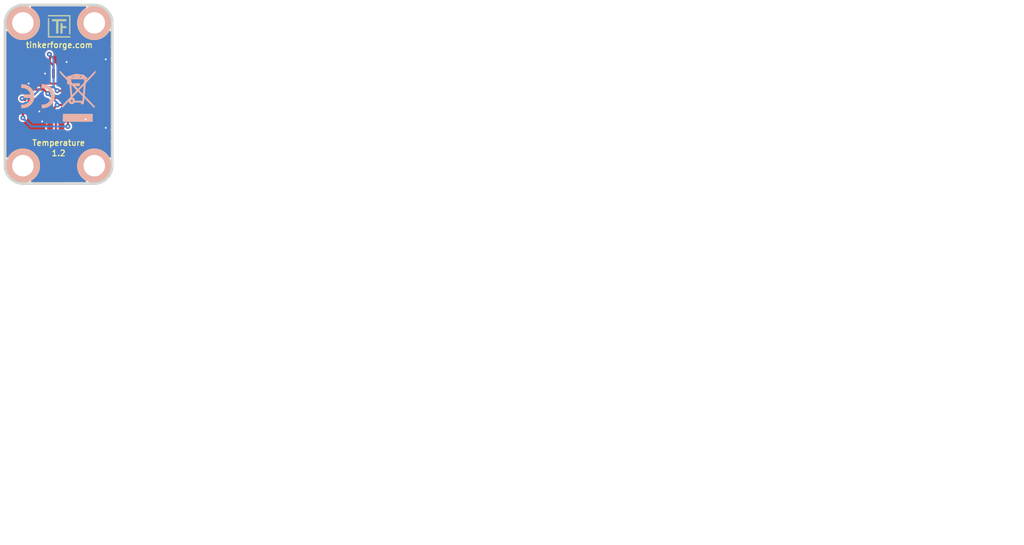
<source format=kicad_pcb>
(kicad_pcb (version 20221018) (generator pcbnew)
  (title_block (title "Temperature Bricklet") (date "2 jan 2013") (rev "1.1") (company "Tinkerforge GmbH") (comment 1 "Licensed under CERN OHL v.1.1") (comment 2 "Copyright (©) 2011, B.Nordmeyer <bastian@tinkerforge.com>"))
  (layers (0 "F.Cu" signal "Vorderseite") (31 "B.Cu" signal "Rückseite") (34 "B.Paste" user) (35 "F.Paste" user) (36 "B.SilkS" user "B.Silkscreen") (37 "F.SilkS" user "F.Silkscreen") (38 "B.Mask" user) (39 "F.Mask" user) (44 "Edge.Cuts" user))
  (net 0 "")
  (net 1 "ALERT")
  (net 2 "GND")
  (net 3 "SCL")
  (net 4 "SDA")
  (net 5 "VCC")
  (net 6 "Net-(P1-Pad1)")
  (net 7 "Net-(P1-Pad6)")
  (net 8 "Net-(P1-Pad8)")
  (net 9 "Net-(P1-Pad9)")
  (net 10 "Net-(P1-Pad10)")
  (net 11 "Net-(U1-Pad7)")
  (footprint "kicad-libraries:CON-SENSOR" (layer "F.Cu") (at 155.32608 103.124 90)
    (fp_text reference "P1")
    (fp_text value "CON-SENSOR")
    (pad "1" smd rect (at -4.50088 -4.7752 90) (size 0.59944 1.5494) (layers "F.Cu" "F.Paste" "F.Mask") (net 6 "Net-(P1-Pad1)"))
    (pad "2" smd rect (at -3.50012 -4.7752 90) (size 0.59944 1.5494) (layers "F.Cu" "F.Paste" "F.Mask") (net 2 "GND"))
    (pad "3" smd rect (at -2.49936 -4.7752 90) (size 0.59944 1.5494) (layers "F.Cu" "F.Paste" "F.Mask") (net 5 "VCC"))
    (pad "4" smd rect (at -1.50114 -4.7752 90) (size 0.59944 1.5494) (layers "F.Cu" "F.Paste" "F.Mask") (net 3 "SCL"))
    (pad "5" smd rect (at -0.50038 -4.7752 90) (size 0.59944 1.5494) (layers "F.Cu" "F.Paste" "F.Mask") (net 4 "SDA"))
    (pad "6" smd rect (at 0.50038 -4.7752 90) (size 0.59944 1.5494) (layers "F.Cu" "F.Paste" "F.Mask") (net 7 "Net-(P1-Pad6)"))
    (pad "7" smd rect (at 1.50114 -4.7752 90) (size 0.59944 1.5494) (layers "F.Cu" "F.Paste" "F.Mask") (net 1 "ALERT"))
    (pad "8" smd rect (at 2.49936 -4.7752 90) (size 0.59944 1.5494) (layers "F.Cu" "F.Paste" "F.Mask") (net 8 "Net-(P1-Pad8)"))
    (pad "9" smd rect (at 3.50012 -4.7752 90) (size 0.59944 1.5494) (layers "F.Cu" "F.Paste" "F.Mask") (net 9 "Net-(P1-Pad9)"))
    (pad "10" smd rect (at 4.50088 -4.7752 90) (size 0.59944 1.5494) (layers "F.Cu" "F.Paste" "F.Mask") (net 10 "Net-(P1-Pad10)"))
    (pad "EP" smd rect (at -5.79882 -0.89916 90) (size 1.19888 1.80086) (layers "F.Cu" "F.Paste" "F.Mask") (net 2 "GND"))
    (pad "EP" smd rect (at 5.79882 -0.89916 90) (size 1.19888 1.80086) (layers "F.Cu" "F.Paste" "F.Mask") (net 2 "GND"))
  )
  (footprint "kicad-libraries:TSSOP8" (layer "F.Cu") (at 147.42668 103.124 180)
    (fp_text reference "U1")
    (fp_text value "M24C64")
    (pad "1" smd rect (at -0.97282 2.89814) (size 0.39878 1.29794) (layers "F.Cu" "F.Paste" "F.Mask") (net 2 "GND"))
    (pad "2" smd rect (at -0.32258 2.89814) (size 0.39878 1.29794) (layers "F.Cu" "F.Paste" "F.Mask") (net 2 "GND"))
    (pad "3" smd rect (at 0.32258 2.89814) (size 0.39878 1.29794) (layers "F.Cu" "F.Paste" "F.Mask") (net 7 "Net-(P1-Pad6)"))
    (pad "4" smd rect (at 0.97282 2.89814) (size 0.39878 1.29794) (layers "F.Cu" "F.Paste" "F.Mask") (net 2 "GND"))
    (pad "5" smd rect (at 0.97282 -2.89814 180) (size 0.39878 1.29794) (layers "F.Cu" "F.Paste" "F.Mask") (net 4 "SDA"))
    (pad "6" smd rect (at 0.32258 -2.89814 180) (size 0.39878 1.29794) (layers "F.Cu" "F.Paste" "F.Mask") (net 3 "SCL"))
    (pad "7" smd rect (at -0.32258 -2.89814 180) (size 0.39878 1.29794) (layers "F.Cu" "F.Paste" "F.Mask") (net 11 "Net-(U1-Pad7)"))
    (pad "8" smd rect (at -0.97282 -2.89814 180) (size 0.39878 1.29794) (layers "F.Cu" "F.Paste" "F.Mask") (net 5 "VCC"))
  )
  (footprint "kicad-libraries:DRILL_NP" (layer "F.Cu") (at 142.8242 93.12402 90)
    (fp_text reference "U6" hide)
    (fp_text value "DRILL" hide)
    (pad "" np_thru_hole circle (at 0 0 90) (size 2.99974 2.99974) (drill 2.99974) (layers "*.Cu" "*.Mask" "F.SilkS") (clearance 0.89916))
  )
  (footprint "kicad-libraries:DRILL_NP" (layer "F.Cu") (at 142.8242 113.12398)
    (fp_text reference "U5" hide)
    (fp_text value "DRILL" hide)
    (pad "" np_thru_hole circle (at 0 0) (size 2.99974 2.99974) (drill 2.99974) (layers "*.Cu" "*.Mask" "F.SilkS") (clearance 0.89916))
  )
  (footprint "kicad-libraries:DRILL_NP" (layer "F.Cu") (at 152.82418 113.12398 90)
    (fp_text reference "U4" hide)
    (fp_text value "DRILL" hide)
    (pad "" np_thru_hole circle (at 0 0 90) (size 2.99974 2.99974) (drill 2.99974) (layers "*.Cu" "*.Mask" "F.SilkS") (clearance 0.89916))
  )
  (footprint "kicad-libraries:DRILL_NP" (layer "F.Cu") (at 152.82418 93.12402)
    (fp_text reference "U3" hide)
    (fp_text value "DRILL" hide)
    (pad "" np_thru_hole circle (at 0 0) (size 2.99974 2.99974) (drill 2.99974) (layers "*.Cu" "*.Mask" "F.SilkS") (clearance 0.89916))
  )
  (footprint "kicad-libraries:Logo_31x31" (layer "F.Cu") (at 146.32432 92.0242)
    (fp_text reference "Ref**" hide)
    (fp_text value "Val**" hide)
  )
  (footprint "kicad-libraries:Fiducial_Mark" (layer "F.Cu") (at 141.82598 96.72574)
    (fp_text reference "Fiducial_Mark" hide)
    (fp_text value "VAL**" hide)
    (pad "1" smd circle (at 0 0) (size 1.00076 1.00076) (layers "F.Cu" "F.Paste" "F.Mask") (clearance 0.65024))
  )
  (footprint "kicad-libraries:Fiducial_Mark" (layer "F.Cu") (at 149.32406 114.22634)
    (fp_text reference "Fiducial_Mark" hide)
    (fp_text value "VAL**" hide)
    (pad "1" smd circle (at 0 0) (size 1.00076 1.00076) (layers "F.Cu" "F.Paste" "F.Mask") (clearance 0.65024))
  )
  (footprint "kicad-libraries:C0603" (layer "F.Cu") (at 147.42668 107.62488 180)
    (fp_text reference "C1")
    (fp_text value "100nF")
    (pad "1" smd rect (at -0.8001 0 180) (size 0.8001 0.8001) (layers "F.Cu" "F.Paste" "F.Mask") (net 5 "VCC"))
    (pad "2" smd rect (at 0.8001 0 180) (size 0.8001 0.8001) (layers "F.Cu" "F.Paste" "F.Mask") (net 2 "GND"))
  )
  (footprint "kicad-libraries:C0603" (layer "F.Cu") (at 143.62684 105.5243)
    (fp_text reference "C2")
    (fp_text value "100nF")
    (pad "1" smd rect (at -0.8001 0) (size 0.8001 0.8001) (layers "F.Cu" "F.Paste" "F.Mask") (net 5 "VCC"))
    (pad "2" smd rect (at 0.8001 0) (size 0.8001 0.8001) (layers "F.Cu" "F.Paste" "F.Mask") (net 2 "GND"))
  )
  (footprint "kicad-libraries:SOT563" (layer "F.Cu") (at 143.62684 103.124 180)
    (fp_text reference "U2")
    (fp_text value "TMP102")
    (pad "1" smd rect (at -0.49784 0.6731) (size 0.29972 0.55118) (layers "F.Cu" "F.Paste" "F.Mask") (net 3 "SCL"))
    (pad "2" smd rect (at 0 0.6731) (size 0.29972 0.55118) (layers "F.Cu" "F.Paste" "F.Mask") (net 2 "GND"))
    (pad "3" smd rect (at 0.49784 0.6731) (size 0.29972 0.55118) (layers "F.Cu" "F.Paste" "F.Mask") (net 1 "ALERT"))
    (pad "4" smd rect (at 0.49784 -0.6731 180) (size 0.29972 0.55118) (layers "F.Cu" "F.Paste" "F.Mask") (net 7 "Net-(P1-Pad6)"))
    (pad "5" smd rect (at 0 -0.6731 180) (size 0.29972 0.55118) (layers "F.Cu" "F.Paste" "F.Mask") (net 5 "VCC"))
    (pad "6" smd rect (at -0.49784 -0.6731 180) (size 0.29972 0.55118) (layers "F.Cu" "F.Paste" "F.Mask") (net 4 "SDA"))
  )
  (footprint "kicad-libraries:WEEE_7mm" (layer "B.Cu") (at 150.5 103.4 180)
    (fp_text reference "VAL" hide)
    (fp_text value "WEEE_7mm" hide)
  )
  (footprint "kicad-libraries:CE_5mm" (layer "B.Cu") (at 144.9 103.4 180)
    (fp_text reference "VAL" hide)
    (fp_text value "CE_5mm" hide)
  )
  (gr_line (start 155.32608 113.12398) (end 155.32608 93.12402) (stroke (width 0.381)) (layer "Edge.Cuts"))
  (gr_line (start 152.82672 90.62212) (end 142.82674 90.62212) (stroke (width 0.381)) (layer "Edge.Cuts"))
  (gr_arc (start 155.32608 113.12398) (mid 154.594034 114.891294) (end 152.82672 115.62334) (stroke (width 0.381)) (layer "Edge.Cuts"))
  (gr_arc (start 140.32738 93.12402) (mid 141.059426 91.356706) (end 142.82674 90.62466) (stroke (width 0.381)) (layer "Edge.Cuts"))
  (gr_arc (start 142.82674 115.62334) (mid 141.059426 114.891294) (end 140.32738 113.12398) (stroke (width 0.381)) (layer "Edge.Cuts"))
  (gr_line (start 142.82674 115.62334) (end 152.82672 115.62334) (stroke (width 0.381)) (layer "Edge.Cuts"))
  (gr_arc (start 152.82672 90.62212) (mid 154.59583 91.35491) (end 155.32862 93.12402) (stroke (width 0.381)) (layer "Edge.Cuts"))
  (gr_line (start 140.32738 93.12402) (end 140.32738 113.12398) (stroke (width 0.381)) (layer "Edge.Cuts"))
  (gr_text "1.2" (at 147.82546 111.37392) (layer "F.SilkS") (effects (font (size 0.8001 0.8001) (thickness 0.14986))))
  (gr_text "tinkerforge.com" (at 147.92452 96.22536) (layer "F.SilkS") (effects (font (size 0.8001 0.8001) (thickness 0.14986))))
  (gr_text "Temperature" (at 147.828 109.92358) (layer "F.SilkS") (effects (font (size 0.8001 0.8001) (thickness 0.14986))))
  (segment (start 143.129 102.4509) (end 143.129 102.3239) (width 0.29972) (layer "F.Cu") (net 1))
  (segment (start 143.129 102.3239) (end 142.82674 102.02164) (width 0.29972) (layer "F.Cu") (net 1))
  (segment (start 143.12646 100.82276) (end 145.02384 100.82276) (width 0.29972) (layer "F.Cu") (net 1))
  (segment (start 142.82674 101.12248) (end 143.12646 100.82276) (width 0.29972) (layer "F.Cu") (net 1))
  (segment (start 145.82394 101.62286) (end 150.55088 101.62286) (width 0.29972) (layer "F.Cu") (net 1))
  (segment (start 145.02384 100.82276) (end 145.82394 101.62286) (width 0.29972) (layer "F.Cu") (net 1))
  (segment (start 142.82674 102.02164) (end 142.82674 101.12248) (width 0.29972) (layer "F.Cu") (net 1))
  (segment (start 148.3995 100.22586) (end 148.3995 99.15144) (width 0.29972) (layer "F.Cu") (net 2))
  (segment (start 143.62684 101.62286) (end 143.62684 102.4509) (width 0.29972) (layer "F.Cu") (net 2))
  (segment (start 145.52676 106.92384) (end 146.2278 107.62488) (width 0.29972) (layer "F.Cu") (net 2))
  (segment (start 154.42692 107.823) (end 154.42692 98.22434) (width 0.29972) (layer "F.Cu") (net 2))
  (segment (start 146.45386 100.22586) (end 145.92808 100.22586) (width 0.29972) (layer "F.Cu") (net 2))
  (segment (start 150.55088 106.62412) (end 151.6253 106.62412) (width 0.29972) (layer "F.Cu") (net 2))
  (segment (start 148.3995 99.15144) (end 148.95068 98.60026) (width 0.29972) (layer "F.Cu") (net 2))
  (segment (start 148.3995 100.22586) (end 147.74926 100.22586) (width 0.29972) (layer "F.Cu") (net 2))
  (segment (start 145.92808 100.22586) (end 145.92554 100.22332) (width 0.29972) (layer "F.Cu") (net 2))
  (segment (start 154.42692 98.22434) (end 154.42692 97.32518) (width 0.29972) (layer "F.Cu") (net 2))
  (segment (start 144.42694 105.5243) (end 145.12798 105.5243) (width 0.29972) (layer "F.Cu") (net 2))
  (segment (start 146.2278 107.62488) (end 146.62658 107.62488) (width 0.29972) (layer "F.Cu") (net 2))
  (segment (start 154.42692 108.92282) (end 154.42692 107.823) (width 0.29972) (layer "F.Cu") (net 2))
  (via (at 145.92554 100.22332) (size 0.70104) (drill 0.24892) (layers "F.Cu" "B.Cu") (net 2))
  (via (at 151.6253 106.62412) (size 0.70104) (drill 0.24892) (layers "F.Cu" "B.Cu") (net 2))
  (via (at 143.62684 101.62286) (size 0.70104) (drill 0.24892) (layers "F.Cu" "B.Cu") (net 2))
  (via (at 145.52676 106.92384) (size 0.70104) (drill 0.24892) (layers "F.Cu" "B.Cu") (net 2))
  (via (at 154.42692 107.823) (size 0.70104) (drill 0.24892) (layers "F.Cu" "B.Cu") (net 2))
  (via (at 145.12798 105.5243) (size 0.70104) (drill 0.24892) (layers "F.Cu" "B.Cu") (net 2))
  (via (at 148.95068 98.60026) (size 0.70104) (drill 0.24892) (layers "F.Cu" "B.Cu") (net 2))
  (via (at 154.42692 98.22434) (size 0.70104) (drill 0.24892) (layers "F.Cu" "B.Cu") (net 2))
  (segment (start 148.95068 98.60026) (end 148.92782 98.60026) (width 0.29972) (layer "B.Cu") (net 2))
  (segment (start 154.02814 98.62312) (end 154.42692 98.22434) (width 0.29972) (layer "B.Cu") (net 2))
  (segment (start 145.92554 100.22332) (end 145.92554 98.82378) (width 0.29972) (layer "B.Cu") (net 2))
  (segment (start 142.50416 101.62286) (end 143.62684 101.62286) (width 0.29972) (layer "B.Cu") (net 2))
  (segment (start 151.6253 106.62412) (end 152.82418 107.823) (width 0.29972) (layer "B.Cu") (net 2))
  (segment (start 141.87424 104.27462) (end 141.87424 102.25278) (width 0.29972) (layer "B.Cu") (net 2))
  (segment (start 145.92808 96.42348) (end 147.92452 96.42348) (width 0.29972) (layer "B.Cu") (net 2))
  (segment (start 152.82418 107.823) (end 154.42692 107.823) (width 0.29972) (layer "B.Cu") (net 2))
  (segment (start 144.526 101.62286) (end 143.62684 101.62286) (width 0.29972) (layer "B.Cu") (net 2))
  (segment (start 145.3261 98.22434) (end 145.3261 97.02546) (width 0.29972) (layer "B.Cu") (net 2))
  (segment (start 141.87424 102.25278) (end 142.50416 101.62286) (width 0.29972) (layer "B.Cu") (net 2))
  (segment (start 145.12798 105.5243) (end 145.12798 106.52506) (width 0.29972) (layer "B.Cu") (net 2))
  (segment (start 148.92782 98.60026) (end 148.92782 98.62312) (width 0.29972) (layer "B.Cu") (net 2))
  (segment (start 145.92554 100.22332) (end 144.526 101.62286) (width 0.29972) (layer "B.Cu") (net 2))
  (segment (start 148.92782 98.62312) (end 154.02814 98.62312) (width 0.29972) (layer "B.Cu") (net 2))
  (segment (start 145.12798 106.52506) (end 145.52676 106.92384) (width 0.29972) (layer "B.Cu") (net 2))
  (segment (start 145.3261 97.02546) (end 145.92808 96.42348) (width 0.29972) (layer "B.Cu") (net 2))
  (segment (start 145.92554 98.82378) (end 145.3261 98.22434) (width 0.29972) (layer "B.Cu") (net 2))
  (segment (start 143.12392 105.5243) (end 141.87424 104.27462) (width 0.29972) (layer "B.Cu") (net 2))
  (segment (start 148.92782 97.42678) (end 148.92782 98.62312) (width 0.29972) (layer "B.Cu") (net 2))
  (segment (start 147.92452 96.42348) (end 148.92782 97.42678) (width 0.29972) (layer "B.Cu") (net 2))
  (segment (start 145.12798 105.5243) (end 143.12392 105.5243) (width 0.29972) (layer "B.Cu") (net 2))
  (segment (start 150.55088 104.62514) (end 147.62734 104.62514) (width 0.29972) (layer "F.Cu") (net 3))
  (segment (start 147.62734 104.6226) (end 147.62734 104.62514) (width 0.29972) (layer "F.Cu") (net 3))
  (segment (start 147.1041 105.14584) (end 147.1041 106.02214) (width 0.29972) (layer "F.Cu") (net 3))
  (segment (start 147.62734 104.62514) (end 147.6248 104.62514) (width 0.29972) (layer "F.Cu") (net 3))
  (segment (start 144.12468 102.4509) (end 145.75282 102.4509) (width 0.29972) (layer "F.Cu") (net 3))
  (segment (start 147.6248 104.62514) (end 147.1041 105.14584) (width 0.29972) (layer "F.Cu") (net 3))
  (segment (start 145.75282 102.4509) (end 146.32686 103.02494) (width 0.29972) (layer "F.Cu") (net 3))
  (via (at 147.62734 104.6226) (size 0.70104) (drill 0.24892) (layers "F.Cu" "B.Cu") (net 3))
  (via (at 146.32686 103.02494) (size 0.70104) (drill 0.24892) (layers "F.Cu" "B.Cu") (net 3))
  (segment (start 146.32686 103.02494) (end 147.62734 104.32542) (width 0.29972) (layer "B.Cu") (net 3))
  (segment (start 147.62734 104.32542) (end 147.62734 104.6226) (width 0.29972) (layer "B.Cu") (net 3))
  (segment (start 145.82902 104.42448) (end 145.20164 103.7971) (width 0.29972) (layer "F.Cu") (net 4))
  (segment (start 146.45386 104.42448) (end 145.82902 104.42448) (width 0.29972) (layer "F.Cu") (net 4))
  (segment (start 146.45386 106.02214) (end 146.45386 104.42448) (width 0.29972) (layer "F.Cu") (net 4))
  (segment (start 147.22602 103.62438) (end 150.55088 103.62438) (width 0.29972) (layer "F.Cu") (net 4))
  (segment (start 145.20164 103.7971) (end 144.12468 103.7971) (width 0.29972) (layer "F.Cu") (net 4))
  (segment (start 146.45386 104.39654) (end 147.22602 103.62438) (width 0.29972) (layer "F.Cu") (net 4))
  (segment (start 146.45386 104.42448) (end 146.45386 104.39654) (width 0.29972) (layer "F.Cu") (net 4))
  (segment (start 150.55088 105.62336) (end 149.82444 105.62336) (width 0.29972) (layer "F.Cu") (net 5))
  (segment (start 143.62684 103.7971) (end 143.62684 104.82326) (width 0.29972) (layer "F.Cu") (net 5))
  (segment (start 148.3995 106.02214) (end 148.3995 107.45216) (width 0.29972) (layer "F.Cu") (net 5))
  (segment (start 149.12594 106.32186) (end 149.12594 107.62488) (width 0.29972) (layer "F.Cu") (net 5))
  (segment (start 148.3995 107.45216) (end 148.22678 107.62488) (width 0.29972) (layer "F.Cu") (net 5))
  (segment (start 149.82444 105.62336) (end 149.12594 106.32186) (width 0.29972) (layer "F.Cu") (net 5))
  (segment (start 142.9258 105.5243) (end 142.82674 105.5243) (width 0.29972) (layer "F.Cu") (net 5))
  (segment (start 149.12594 107.62488) (end 148.22678 107.62488) (width 0.29972) (layer "F.Cu") (net 5))
  (segment (start 143.62684 104.82326) (end 142.9258 105.5243) (width 0.29972) (layer "F.Cu") (net 5))
  (segment (start 142.82674 106.42346) (end 142.82674 105.5243) (width 0.29972) (layer "F.Cu") (net 5))
  (via (at 142.82674 106.42346) (size 0.70104) (drill 0.24892) (layers "F.Cu" "B.Cu") (net 5))
  (via (at 149.12594 107.62488) (size 0.70104) (drill 0.24892) (layers "F.Cu" "B.Cu") (net 5))
  (segment (start 149.12594 107.62488) (end 144.02816 107.62488) (width 0.29972) (layer "B.Cu") (net 5))
  (segment (start 144.02816 107.62488) (end 142.82674 106.42346) (width 0.29972) (layer "B.Cu") (net 5))
  (segment (start 146.62658 97.62236) (end 146.62658 98.62312) (width 0.29972) (layer "F.Cu") (net 7))
  (segment (start 142.80134 103.7971) (end 142.72768 103.72344) (width 0.29972) (layer "F.Cu") (net 7))
  (segment (start 146.52752 97.5233) (end 146.62658 97.62236) (width 0.29972) (layer "F.Cu") (net 7))
  (segment (start 147.1041 99.10064) (end 146.62658 98.62312) (width 0.29972) (layer "F.Cu") (net 7))
  (segment (start 147.1041 100.22586) (end 147.1041 99.10064) (width 0.29972) (layer "F.Cu") (net 7))
  (segment (start 143.129 103.7971) (end 142.80134 103.7971) (width 0.29972) (layer "F.Cu") (net 7))
  (segment (start 150.55088 102.62362) (end 147.62734 102.62362) (width 0.29972) (layer "F.Cu") (net 7))
  (via (at 142.72768 103.72344) (size 0.70104) (drill 0.24892) (layers "F.Cu" "B.Cu") (net 7))
  (via (at 146.52752 97.5233) (size 0.70104) (drill 0.24892) (layers "F.Cu" "B.Cu") (net 7))
  (via (at 147.62734 102.62362) (size 0.70104) (drill 0.24892) (layers "F.Cu" "B.Cu") (net 7))
  (segment (start 145.4785 102.12324) (end 147.12696 102.12324) (width 0.29972) (layer "B.Cu") (net 7))
  (segment (start 147.62734 102.62362) (end 147.12696 102.12324) (width 0.29972) (layer "B.Cu") (net 7))
  (segment (start 142.72768 103.72344) (end 143.8783 103.72344) (width 0.29972) (layer "B.Cu") (net 7))
  (segment (start 147.12696 102.12324) (end 147.12696 98.12274) (width 0.29972) (layer "B.Cu") (net 7))
  (segment (start 147.12696 98.12274) (end 146.52752 97.5233) (width 0.29972) (layer "B.Cu") (net 7))
  (segment (start 143.8783 103.72344) (end 145.4785 102.12324) (width 0.29972) (layer "B.Cu") (net 7))
  (zone (net 2) (net_name "GND") (layer "F.Cu") (connect_pads (clearance 0.24892)) (min_thickness 0.24892) (fill yes (thermal_gap 0.29972) (thermal_bridge_width 0.29972))
    (polygon (pts (xy 155.32608 115.62334) (xy 155.32608 90.62212) (xy 140.32738 90.62212) (xy 140.32738 115.62334)))
  )
  (zone (net 2) (net_name "GND") (layer "B.Cu") (connect_pads (clearance 0.24892)) (min_thickness 0.24892) (fill yes (thermal_gap 0.29972) (thermal_bridge_width 0.29972))
    (polygon (pts (xy 155.32608 115.62334) (xy 155.32608 90.62212) (xy 140.32738 90.62212) (xy 140.32738 115.62334)))
  )
)
</source>
